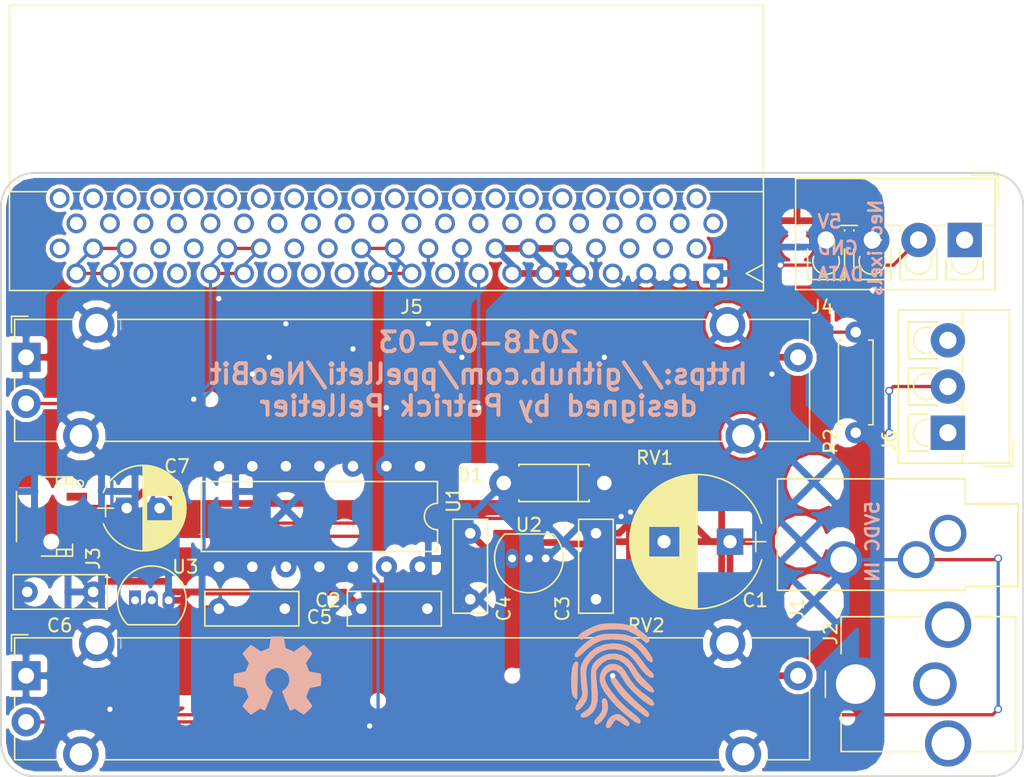
<source format=kicad_pcb>
(kicad_pcb (version 4) (host pcbnew 4.0.7)
  (title_block (title "NeoPixel and potentiometer adapter for micro:bit") (date 2018-09-03) (rev 1.0) (company "Patrick Pelletier"))
  (layers (0 F.Cu signal) (31 B.Cu signal) (34 B.Paste user) (35 F.Paste user) (36 B.SilkS user hide) (37 F.SilkS user) (38 B.Mask user) (39 F.Mask user) (44 Edge.Cuts user))
  (net 0 "")
  (net 1 +5V)
  (net 2 GND)
  (net 3 "Net-(C4-Pad1)")
  (net 4 +3V3)
  (net 5 /P0)
  (net 6 /P1)
  (net 7 /P2)
  (net 8 "Net-(R2-Pad1)")
  (net 9 +VDC)
  (net 10 /SDA)
  (net 11 /SCL)
  (net 12 /SCK)
  (net 13 /MOSI)
  (net 14 /P16)
  (net 15 "Net-(J6-Pad2)")
  (net 16 /SCK5)
  (net 17 /MOSI5)
  (module Capacitors_THT:CP_Radial_D10.0mm_P5.00mm (layer F.Cu) (at 173.99 111.76 180)
    (fp_text reference C1 (at -1.905 -4.445 180) (layer F.SilkS))
    (fp_text value 1000µF)
    (pad 1 thru_hole rect (at 0 0 180) (size 2 2) (drill 1) (layers *.Cu *.Mask) (net 9 +VDC))
    (pad 2 thru_hole circle (at 5 0 180) (size 2 2) (drill 1) (layers *.Cu *.Mask) (net 2 GND))
  )
  (module Capacitors_THT:C_Rect_L7.0mm_W2.5mm_P5.00mm (layer F.Cu) (at 146.05 116.84)
    (fp_text reference C2 (at -2.54 -0.635) (layer F.SilkS))
    (fp_text value 0.1µF)
    (pad 1 thru_hole circle (at 0 0) (size 1.6 1.6) (drill 0.8) (layers *.Cu *.Mask) (net 1 +5V))
    (pad 2 thru_hole circle (at 5 0) (size 1.6 1.6) (drill 0.8) (layers *.Cu *.Mask) (net 2 GND))
  )
  (module Capacitors_THT:C_Rect_L7.0mm_W2.5mm_P5.00mm (layer F.Cu) (at 163.83 111.125 270)
    (fp_text reference C3 (at 5.715 2.54 270) (layer F.SilkS))
    (fp_text value 1µF)
    (pad 1 thru_hole circle (at 0 0 270) (size 1.6 1.6) (drill 0.8) (layers *.Cu *.Mask) (net 9 +VDC))
    (pad 2 thru_hole circle (at 5 0 270) (size 1.6 1.6) (drill 0.8) (layers *.Cu *.Mask) (net 2 GND))
  )
  (module Capacitors_THT:C_Rect_L7.0mm_W2.5mm_P5.00mm (layer F.Cu) (at 154.305 111.125 270)
    (fp_text reference C4 (at 5.715 -2.54 270) (layer F.SilkS))
    (fp_text value 1µF)
    (pad 1 thru_hole circle (at 0 0 270) (size 1.6 1.6) (drill 0.8) (layers *.Cu *.Mask) (net 3 "Net-(C4-Pad1)"))
    (pad 2 thru_hole circle (at 5 0 270) (size 1.6 1.6) (drill 0.8) (layers *.Cu *.Mask) (net 2 GND))
  )
  (module footprints:BarrelJack_CUI_PJ-063AH_Horizontal_CircularHoles (layer F.Cu) (at 183.515 122.555 90)
    (fp_text reference J2 (at 3.81 -1.905 90) (layer F.SilkS))
    (fp_text value Barrel_Jack_MountingPin)
    (pad 1 thru_hole rect (at 0 0 90) (size 4 4) (drill 3) (layers *.Cu *.Mask) (net 9 +VDC))
    (pad 2 thru_hole circle (at 0 6 90) (size 3.3 3.3) (drill 2.3) (layers *.Cu *.Mask) (net 2 GND))
    (pad MP thru_hole circle (at -4.5 7 90) (size 3.5 3.5) (drill 2.5) (layers *.Cu *.Mask) (net 2 GND))
    (pad MP thru_hole circle (at 4.5 7 90) (size 3.5 3.5) (drill 2.5) (layers *.Cu *.Mask) (net 2 GND))
    (pad "" np_thru_hole circle (at 0 9 90) (size 1.6 1.6) (drill 1.6) (layers *.Cu *.Mask))
  )
  (module Resistors_THT:R_Axial_DIN0207_L6.3mm_D2.5mm_P7.62mm_Horizontal (layer F.Cu) (at 183.515 95.885 270)
    (fp_text reference R2 (at 8.255 1.905 270) (layer F.SilkS))
    (fp_text value 470)
    (pad 1 thru_hole circle (at 0 0 270) (size 1.6 1.6) (drill 0.8) (layers *.Cu *.Mask) (net 8 "Net-(R2-Pad1)"))
    (pad 2 thru_hole oval (at 7.62 0 270) (size 1.6 1.6) (drill 0.8) (layers *.Cu *.Mask) (net 15 "Net-(J6-Pad2)"))
  )
  (module Housings_DIP:DIP-14_W7.62mm (layer F.Cu) (at 150.495 106.045 270)
    (fp_text reference U1 (at 2.54 -2.54 270) (layer F.SilkS))
    (fp_text value 74AHCT125)
    (pad 1 thru_hole rect (at 0 0 270) (size 1.6 1.6) (drill 0.8) (layers *.Cu *.Mask) (net 2 GND))
    (pad 8 thru_hole oval (at 7.62 15.24 270) (size 1.6 1.6) (drill 0.8) (layers *.Cu *.Mask) (net 17 /MOSI5))
    (pad 2 thru_hole oval (at 0 2.54 270) (size 1.6 1.6) (drill 0.8) (layers *.Cu *.Mask) (net 14 /P16))
    (pad 9 thru_hole oval (at 7.62 12.7 270) (size 1.6 1.6) (drill 0.8) (layers *.Cu *.Mask) (net 13 /MOSI))
    (pad 3 thru_hole oval (at 0 5.08 270) (size 1.6 1.6) (drill 0.8) (layers *.Cu *.Mask) (net 8 "Net-(R2-Pad1)"))
    (pad 10 thru_hole oval (at 7.62 10.16 270) (size 1.6 1.6) (drill 0.8) (layers *.Cu *.Mask) (net 2 GND))
    (pad 4 thru_hole oval (at 0 7.62 270) (size 1.6 1.6) (drill 0.8) (layers *.Cu *.Mask) (net 2 GND))
    (pad 11 thru_hole oval (at 7.62 7.62 270) (size 1.6 1.6) (drill 0.8) (layers *.Cu *.Mask))
    (pad 5 thru_hole oval (at 0 10.16 270) (size 1.6 1.6) (drill 0.8) (layers *.Cu *.Mask) (net 12 /SCK))
    (pad 12 thru_hole oval (at 7.62 5.08 270) (size 1.6 1.6) (drill 0.8) (layers *.Cu *.Mask) (net 2 GND))
    (pad 6 thru_hole oval (at 0 12.7 270) (size 1.6 1.6) (drill 0.8) (layers *.Cu *.Mask) (net 16 /SCK5))
    (pad 13 thru_hole oval (at 7.62 2.54 270) (size 1.6 1.6) (drill 0.8) (layers *.Cu *.Mask) (net 2 GND))
    (pad 7 thru_hole oval (at 0 15.24 270) (size 1.6 1.6) (drill 0.8) (layers *.Cu *.Mask) (net 2 GND))
    (pad 14 thru_hole oval (at 7.62 0 270) (size 1.6 1.6) (drill 0.8) (layers *.Cu *.Mask) (net 1 +5V))
  )
  (module TO_SOT_Packages_THT:TO-92_Inline_Narrow_Oval (layer F.Cu) (at 160.02 113.03 180)
    (fp_text reference U2 (at 1.27 2.54 180) (layer F.SilkS))
    (fp_text value MCP1702-3302E_TO92)
    (pad 2 thru_hole oval (at 1.27 0) (size 0.9 1.5) (drill 0.6) (layers *.Cu *.Mask) (net 9 +VDC))
    (pad 3 thru_hole oval (at 2.54 0) (size 0.9 1.5) (drill 0.6) (layers *.Cu *.Mask) (net 3 "Net-(C4-Pad1)"))
    (pad 1 thru_hole rect (at 0 0) (size 0.9 1.5) (drill 0.6) (layers *.Cu *.Mask) (net 2 GND))
  )
  (module footprints:4UCON_10156_90deg (layer F.Cu) (at 172.72 91.44 180)
    (fp_text reference J5 (at 22.86 -2.54 180) (layer F.SilkS))
    (fp_text value microbit_edge_connector)
    (pad 1 thru_hole rect (at 0 0 180) (size 1.5 1.5) (drill 1) (layers *.Cu *.Mask) (net 2 GND))
    (pad 2 thru_hole circle (at 0 3.8 180) (size 1.5 1.5) (drill 1) (layers *.Cu *.Mask))
    (pad 3 thru_hole circle (at 1.27 1.9 180) (size 1.5 1.5) (drill 1) (layers *.Cu *.Mask) (net 2 GND))
    (pad 4 thru_hole circle (at 1.27 5.7 180) (size 1.5 1.5) (drill 1) (layers *.Cu *.Mask))
    (pad 5 thru_hole circle (at 2.54 0 180) (size 1.5 1.5) (drill 1) (layers *.Cu *.Mask) (net 2 GND))
    (pad 6 thru_hole circle (at 2.54 3.8 180) (size 1.5 1.5) (drill 1) (layers *.Cu *.Mask))
    (pad 7 thru_hole circle (at 3.81 1.9 180) (size 1.5 1.5) (drill 1) (layers *.Cu *.Mask) (net 2 GND))
    (pad 8 thru_hole circle (at 3.81 5.7 180) (size 1.5 1.5) (drill 1) (layers *.Cu *.Mask))
    (pad 9 thru_hole circle (at 5.08 0 180) (size 1.5 1.5) (drill 1) (layers *.Cu *.Mask) (net 2 GND))
    (pad 10 thru_hole circle (at 5.08 3.8 180) (size 1.5 1.5) (drill 1) (layers *.Cu *.Mask))
    (pad 11 thru_hole circle (at 6.35 1.9 180) (size 1.5 1.5) (drill 1) (layers *.Cu *.Mask) (net 2 GND))
    (pad 12 thru_hole circle (at 6.35 5.7 180) (size 1.5 1.5) (drill 1) (layers *.Cu *.Mask))
    (pad 13 thru_hole circle (at 7.62 0 180) (size 1.5 1.5) (drill 1) (layers *.Cu *.Mask) (net 10 /SDA))
    (pad 14 thru_hole circle (at 7.62 3.8 180) (size 1.5 1.5) (drill 1) (layers *.Cu *.Mask))
    (pad 15 thru_hole circle (at 8.89 1.9 180) (size 1.5 1.5) (drill 1) (layers *.Cu *.Mask) (net 11 /SCL))
    (pad 16 thru_hole circle (at 8.89 5.7 180) (size 1.5 1.5) (drill 1) (layers *.Cu *.Mask))
    (pad 17 thru_hole circle (at 10.16 0 180) (size 1.5 1.5) (drill 1) (layers *.Cu *.Mask) (net 4 +3V3))
    (pad 18 thru_hole circle (at 10.16 3.8 180) (size 1.5 1.5) (drill 1) (layers *.Cu *.Mask))
    (pad 19 thru_hole circle (at 11.43 1.9 180) (size 1.5 1.5) (drill 1) (layers *.Cu *.Mask) (net 4 +3V3))
    (pad 20 thru_hole circle (at 11.43 5.7 180) (size 1.5 1.5) (drill 1) (layers *.Cu *.Mask))
    (pad 21 thru_hole circle (at 12.7 0 180) (size 1.5 1.5) (drill 1) (layers *.Cu *.Mask) (net 4 +3V3))
    (pad 22 thru_hole circle (at 12.7 3.8 180) (size 1.5 1.5) (drill 1) (layers *.Cu *.Mask))
    (pad 23 thru_hole circle (at 13.97 1.9 180) (size 1.5 1.5) (drill 1) (layers *.Cu *.Mask) (net 4 +3V3))
    (pad 24 thru_hole circle (at 13.97 5.7 180) (size 1.5 1.5) (drill 1) (layers *.Cu *.Mask))
    (pad 25 thru_hole circle (at 15.24 0 180) (size 1.5 1.5) (drill 1) (layers *.Cu *.Mask) (net 4 +3V3))
    (pad 26 thru_hole circle (at 15.24 3.8 180) (size 1.5 1.5) (drill 1) (layers *.Cu *.Mask))
    (pad 27 thru_hole circle (at 16.51 1.9 180) (size 1.5 1.5) (drill 1) (layers *.Cu *.Mask) (net 4 +3V3))
    (pad 28 thru_hole circle (at 16.51 5.7 180) (size 1.5 1.5) (drill 1) (layers *.Cu *.Mask))
    (pad 29 thru_hole circle (at 17.78 0 180) (size 1.5 1.5) (drill 1) (layers *.Cu *.Mask) (net 14 /P16))
    (pad 30 thru_hole circle (at 17.78 3.8 180) (size 1.5 1.5) (drill 1) (layers *.Cu *.Mask))
    (pad 31 thru_hole circle (at 19.05 1.9 180) (size 1.5 1.5) (drill 1) (layers *.Cu *.Mask) (net 13 /MOSI))
    (pad 32 thru_hole circle (at 19.05 5.7 180) (size 1.5 1.5) (drill 1) (layers *.Cu *.Mask))
    (pad 33 thru_hole circle (at 20.32 0 180) (size 1.5 1.5) (drill 1) (layers *.Cu *.Mask))
    (pad 34 thru_hole circle (at 20.32 3.8 180) (size 1.5 1.5) (drill 1) (layers *.Cu *.Mask))
    (pad 35 thru_hole circle (at 21.59 1.9 180) (size 1.5 1.5) (drill 1) (layers *.Cu *.Mask) (net 12 /SCK))
    (pad 36 thru_hole circle (at 21.59 5.7 180) (size 1.5 1.5) (drill 1) (layers *.Cu *.Mask))
    (pad 37 thru_hole circle (at 22.86 0 180) (size 1.5 1.5) (drill 1) (layers *.Cu *.Mask) (net 7 /P2))
    (pad 38 thru_hole circle (at 22.86 3.8 180) (size 1.5 1.5) (drill 1) (layers *.Cu *.Mask))
    (pad 39 thru_hole circle (at 24.13 1.9 180) (size 1.5 1.5) (drill 1) (layers *.Cu *.Mask) (net 7 /P2))
    (pad 40 thru_hole circle (at 24.13 5.7 180) (size 1.5 1.5) (drill 1) (layers *.Cu *.Mask))
    (pad 41 thru_hole circle (at 25.4 0 180) (size 1.5 1.5) (drill 1) (layers *.Cu *.Mask) (net 7 /P2))
    (pad 42 thru_hole circle (at 25.4 3.8 180) (size 1.5 1.5) (drill 1) (layers *.Cu *.Mask))
    (pad 43 thru_hole circle (at 26.67 1.9 180) (size 1.5 1.5) (drill 1) (layers *.Cu *.Mask) (net 7 /P2))
    (pad 44 thru_hole circle (at 26.67 5.7 180) (size 1.5 1.5) (drill 1) (layers *.Cu *.Mask))
    (pad 45 thru_hole circle (at 27.94 0 180) (size 1.5 1.5) (drill 1) (layers *.Cu *.Mask))
    (pad 46 thru_hole circle (at 27.94 3.8 180) (size 1.5 1.5) (drill 1) (layers *.Cu *.Mask))
    (pad 47 thru_hole circle (at 29.21 1.9 180) (size 1.5 1.5) (drill 1) (layers *.Cu *.Mask))
    (pad 48 thru_hole circle (at 29.21 5.7 180) (size 1.5 1.5) (drill 1) (layers *.Cu *.Mask))
    (pad 49 thru_hole circle (at 30.48 0 180) (size 1.5 1.5) (drill 1) (layers *.Cu *.Mask))
    (pad 50 thru_hole circle (at 30.48 3.8 180) (size 1.5 1.5) (drill 1) (layers *.Cu *.Mask))
    (pad 51 thru_hole circle (at 31.75 1.9 180) (size 1.5 1.5) (drill 1) (layers *.Cu *.Mask))
    (pad 52 thru_hole circle (at 31.75 5.7 180) (size 1.5 1.5) (drill 1) (layers *.Cu *.Mask))
    (pad 53 thru_hole circle (at 33.02 0 180) (size 1.5 1.5) (drill 1) (layers *.Cu *.Mask))
    (pad 54 thru_hole circle (at 33.02 3.8 180) (size 1.5 1.5) (drill 1) (layers *.Cu *.Mask))
    (pad 55 thru_hole circle (at 34.29 1.9 180) (size 1.5 1.5) (drill 1) (layers *.Cu *.Mask) (net 6 /P1))
    (pad 56 thru_hole circle (at 34.29 5.7 180) (size 1.5 1.5) (drill 1) (layers *.Cu *.Mask))
    (pad 57 thru_hole circle (at 35.56 0 180) (size 1.5 1.5) (drill 1) (layers *.Cu *.Mask) (net 6 /P1))
    (pad 58 thru_hole circle (at 35.56 3.8 180) (size 1.5 1.5) (drill 1) (layers *.Cu *.Mask))
    (pad 59 thru_hole circle (at 36.83 1.9 180) (size 1.5 1.5) (drill 1) (layers *.Cu *.Mask) (net 6 /P1))
    (pad 60 thru_hole circle (at 36.83 5.7 180) (size 1.5 1.5) (drill 1) (layers *.Cu *.Mask))
    (pad 61 thru_hole circle (at 38.1 0 180) (size 1.5 1.5) (drill 1) (layers *.Cu *.Mask) (net 6 /P1))
    (pad 62 thru_hole circle (at 38.1 3.8 180) (size 1.5 1.5) (drill 1) (layers *.Cu *.Mask))
    (pad 63 thru_hole circle (at 39.37 1.9 180) (size 1.5 1.5) (drill 1) (layers *.Cu *.Mask))
    (pad 64 thru_hole circle (at 39.37 5.7 180) (size 1.5 1.5) (drill 1) (layers *.Cu *.Mask))
    (pad 65 thru_hole circle (at 40.64 0 180) (size 1.5 1.5) (drill 1) (layers *.Cu *.Mask))
    (pad 66 thru_hole circle (at 40.64 3.8 180) (size 1.5 1.5) (drill 1) (layers *.Cu *.Mask))
    (pad 67 thru_hole circle (at 41.91 1.9 180) (size 1.5 1.5) (drill 1) (layers *.Cu *.Mask))
    (pad 68 thru_hole circle (at 41.91 5.7 180) (size 1.5 1.5) (drill 1) (layers *.Cu *.Mask))
    (pad 69 thru_hole circle (at 43.18 0 180) (size 1.5 1.5) (drill 1) (layers *.Cu *.Mask))
    (pad 70 thru_hole circle (at 43.18 3.8 180) (size 1.5 1.5) (drill 1) (layers *.Cu *.Mask))
    (pad 71 thru_hole circle (at 44.45 1.9 180) (size 1.5 1.5) (drill 1) (layers *.Cu *.Mask) (net 5 /P0))
    (pad 72 thru_hole circle (at 44.45 5.7 180) (size 1.5 1.5) (drill 1) (layers *.Cu *.Mask))
    (pad 73 thru_hole circle (at 45.72 0 180) (size 1.5 1.5) (drill 1) (layers *.Cu *.Mask) (net 5 /P0))
    (pad 74 thru_hole circle (at 45.72 3.8 180) (size 1.5 1.5) (drill 1) (layers *.Cu *.Mask))
    (pad 75 thru_hole circle (at 46.99 1.9 180) (size 1.5 1.5) (drill 1) (layers *.Cu *.Mask) (net 5 /P0))
    (pad 76 thru_hole circle (at 46.99 5.7 180) (size 1.5 1.5) (drill 1) (layers *.Cu *.Mask))
    (pad 77 thru_hole circle (at 48.26 0 180) (size 1.5 1.5) (drill 1) (layers *.Cu *.Mask) (net 5 /P0))
    (pad 78 thru_hole circle (at 48.26 3.8 180) (size 1.5 1.5) (drill 1) (layers *.Cu *.Mask))
    (pad 79 thru_hole circle (at 49.53 1.9 180) (size 1.5 1.5) (drill 1) (layers *.Cu *.Mask))
    (pad 80 thru_hole circle (at 49.53 5.7 180) (size 1.5 1.5) (drill 1) (layers *.Cu *.Mask))
  )
  (module footprints:Bourns_PTA4543 (layer F.Cu) (at 120.65 97.79)
    (fp_text reference RV1 (at 47.625 7.62) (layer F.SilkS))
    (fp_text value 10K)
    (pad 1 thru_hole rect (at 0 0) (size 2.2 2.2) (drill 1.2) (layers *.Cu *.Mask) (net 2 GND))
    (pad 2 thru_hole circle (at 0 3.5) (size 2.2 2.2) (drill 1.2) (layers *.Cu *.Mask) (net 6 /P1))
    (pad 3 thru_hole circle (at 58.5 0) (size 2.2 2.2) (drill 1.2) (layers *.Cu *.Mask) (net 4 +3V3))
    (pad MP thru_hole circle (at 5.35 -2.45) (size 2.7 2.7) (drill 1.7) (layers *.Cu *.Mask) (net 2 GND))
    (pad MP thru_hole circle (at 53.15 -2.45) (size 2.7 2.7) (drill 1.7) (layers *.Cu *.Mask) (net 2 GND))
    (pad MP thru_hole circle (at 4.15 5.95) (size 2.7 2.7) (drill 1.7) (layers *.Cu *.Mask) (net 2 GND))
    (pad MP thru_hole circle (at 54.35 5.95) (size 2.7 2.7) (drill 1.7) (layers *.Cu *.Mask) (net 2 GND))
  )
  (module footprints:Bourns_PTA4543 (layer F.Cu) (at 120.65 121.92)
    (fp_text reference RV2 (at 46.99 -3.81) (layer F.SilkS))
    (fp_text value 10K)
    (pad 1 thru_hole rect (at 0 0) (size 2.2 2.2) (drill 1.2) (layers *.Cu *.Mask) (net 2 GND))
    (pad 2 thru_hole circle (at 0 3.5) (size 2.2 2.2) (drill 1.2) (layers *.Cu *.Mask) (net 7 /P2))
    (pad 3 thru_hole circle (at 58.5 0) (size 2.2 2.2) (drill 1.2) (layers *.Cu *.Mask) (net 4 +3V3))
    (pad MP thru_hole circle (at 5.35 -2.45) (size 2.7 2.7) (drill 1.7) (layers *.Cu *.Mask) (net 2 GND))
    (pad MP thru_hole circle (at 53.15 -2.45) (size 2.7 2.7) (drill 1.7) (layers *.Cu *.Mask) (net 2 GND))
    (pad MP thru_hole circle (at 4.15 5.95) (size 2.7 2.7) (drill 1.7) (layers *.Cu *.Mask) (net 2 GND))
    (pad MP thru_hole circle (at 54.35 5.95) (size 2.7 2.7) (drill 1.7) (layers *.Cu *.Mask) (net 2 GND))
  )
  (module footprints:Fingerprint (layer B.Cu) (at 165.1 121.92 180)
    (fp_text reference G*** hide)
    (fp_text value LOGO hide)
  )
  (module Symbols:OSHW-Symbol_6.7x6mm_SilkScreen (layer B.Cu) (at 139.7 121.92 180)
    (fp_text reference REF*** hide)
    (fp_text value OSHW-Symbol_6.7x6mm_SilkScreen hide)
  )
  (module Capacitors_THT:C_Rect_L7.0mm_W2.5mm_P5.00mm (layer F.Cu) (at 135.255 116.84)
    (fp_text reference C5 (at 7.62 0.635) (layer F.SilkS))
    (fp_text value 1µF)
    (pad 1 thru_hole circle (at 0 0) (size 1.6 1.6) (drill 0.8) (layers *.Cu *.Mask) (net 9 +VDC))
    (pad 2 thru_hole circle (at 5 0) (size 1.6 1.6) (drill 0.8) (layers *.Cu *.Mask) (net 2 GND))
  )
  (module Capacitors_THT:C_Rect_L7.0mm_W2.5mm_P5.00mm (layer F.Cu) (at 125.73 115.57 180)
    (fp_text reference C6 (at 2.54 -2.54 180) (layer F.SilkS))
    (fp_text value 1µF)
    (pad 1 thru_hole circle (at 0 0 180) (size 1.6 1.6) (drill 0.8) (layers *.Cu *.Mask) (net 1 +5V))
    (pad 2 thru_hole circle (at 5 0 180) (size 1.6 1.6) (drill 0.8) (layers *.Cu *.Mask) (net 2 GND))
  )
  (module Connectors_JST:JST_SH_SM04B-SRSS-TB_04x1.00mm_Angled (layer F.Cu) (at 122.555 109.855 270)
    (fp_text reference J3 (at 3.175 -3.175 270) (layer F.SilkS))
    (fp_text value Qwiic)
    (pad 1 smd rect (at -1.5 -1.9375 270) (size 0.6 1.55) (layers F.Cu F.Paste F.Mask) (net 2 GND))
    (pad 2 smd rect (at -0.5 -1.9375 270) (size 0.6 1.55) (layers F.Cu F.Paste F.Mask) (net 4 +3V3))
    (pad 3 smd rect (at 0.5 -1.9375 270) (size 0.6 1.55) (layers F.Cu F.Paste F.Mask) (net 10 /SDA))
    (pad 4 smd rect (at 1.5 -1.9375 270) (size 0.6 1.55) (layers F.Cu F.Paste F.Mask) (net 11 /SCL))
    (pad "" smd rect (at -2.8 1.9375 270) (size 1.2 1.8) (layers F.Cu F.Paste F.Mask))
    (pad "" smd rect (at 2.8 1.9375 270) (size 1.2 1.8) (layers F.Cu F.Paste F.Mask))
  )
  (module footprints:TerminalBlock_4Ucon_1x04_P3.50mm_Vertical (layer F.Cu) (at 191.77 88.9 180)
    (fp_text reference J4 (at 10.795 -5.08 180) (layer F.SilkS))
    (fp_text value DotStars)
    (pad 1 thru_hole rect (at 0 0 180) (size 2.6 2.6) (drill 1.3) (layers *.Cu *.Mask) (net 9 +VDC))
    (pad 2 thru_hole circle (at 3.5 0 180) (size 2.6 2.6) (drill 1.3) (layers *.Cu *.Mask) (net 16 /SCK5))
    (pad 3 thru_hole circle (at 7 0 180) (size 2.6 2.6) (drill 1.3) (layers *.Cu *.Mask) (net 17 /MOSI5))
    (pad 4 thru_hole circle (at 10.5 0 180) (size 2.6 2.6) (drill 1.3) (layers *.Cu *.Mask) (net 2 GND))
  )
  (module footprints:TerminalBlock_4Ucon_1x03_P3.50mm_Vertical (layer F.Cu) (at 190.5 103.505 90)
    (fp_text reference J6 (at -0.635 -4.445 90) (layer F.SilkS))
    (fp_text value NeoPixels)
    (pad 1 thru_hole rect (at 0 0 90) (size 2.6 2.6) (drill 1.3) (layers *.Cu *.Mask) (net 9 +VDC))
    (pad 2 thru_hole circle (at 3.5 0 90) (size 2.6 2.6) (drill 1.3) (layers *.Cu *.Mask) (net 15 "Net-(J6-Pad2)"))
    (pad 3 thru_hole circle (at 7 0 90) (size 2.6 2.6) (drill 1.3) (layers *.Cu *.Mask) (net 2 GND))
  )
  (module TO_SOT_Packages_THT:TO-92_Inline_Narrow_Oval (layer F.Cu) (at 128.905 116.205)
    (fp_text reference U3 (at 3.81 -2.54) (layer F.SilkS))
    (fp_text value MCP1702-5002E_TO92)
    (pad 2 thru_hole oval (at 1.27 0 180) (size 0.9 1.5) (drill 0.6) (layers *.Cu *.Mask) (net 9 +VDC))
    (pad 3 thru_hole oval (at 2.54 0 180) (size 0.9 1.5) (drill 0.6) (layers *.Cu *.Mask) (net 1 +5V))
    (pad 1 thru_hole rect (at 0 0 180) (size 0.9 1.5) (drill 0.6) (layers *.Cu *.Mask) (net 2 GND))
  )
  (module Diodes_THT:D_DO-41_SOD81_P7.62mm_Horizontal (layer F.Cu) (at 164.465 107.315 180)
    (fp_text reference D1 (at 10.16 0.635 180) (layer F.SilkS))
    (fp_text value D_Schottky)
    (pad 1 thru_hole rect (at 0 0 180) (size 2.2 2.2) (drill 1.1) (layers *.Cu *.Mask) (net 4 +3V3))
    (pad 2 thru_hole oval (at 7.62 0 180) (size 2.2 2.2) (drill 1.1) (layers *.Cu *.Mask) (net 3 "Net-(C4-Pad1)"))
  )
  (module footprints:SJ1-3533NG (layer F.Cu) (at 190.5 111.125 270)
    (fp_text reference J1 (at 5.715 11.43 270) (layer F.SilkS))
    (fp_text value AudioJack3_Ground)
    (pad S thru_hole circle (at 0 0 270) (size 2.8 2.8) (drill 2) (layers *.Cu *.Mask) (net 2 GND))
    (pad T thru_hole circle (at 2 2.4 270) (size 2.8 2.8) (drill 2) (layers *.Cu *.Mask) (net 5 /P0))
    (pad R thru_hole circle (at 2 7.9 270) (size 2.8 2.8) (drill 2) (layers *.Cu *.Mask) (net 5 /P0))
  )
  (module Capacitors_THT:CP_Radial_D6.3mm_P2.50mm (layer F.Cu) (at 128.27 109.22)
    (fp_text reference C7 (at 3.81 -3.175) (layer F.SilkS))
    (fp_text value 47µF)
    (pad 1 thru_hole rect (at 0 0) (size 1.6 1.6) (drill 0.8) (layers *.Cu *.Mask) (net 4 +3V3))
    (pad 2 thru_hole circle (at 2.5 0) (size 1.6 1.6) (drill 0.8) (layers *.Cu *.Mask) (net 2 GND))
  )
  (gr_line (start 121.285 129.54) (end 193.675 129.54) (angle 90) (layer Edge.Cuts) (width 0.15))
  (gr_line (start 121.285 83.82) (end 193.675 83.82) (angle 90) (layer Edge.Cuts) (width 0.15))
  (gr_text NeoPixels (at 185 89.5 90) (layer B.SilkS) (effects (font (size 1 1) (thickness 0.2)) (justify mirror)))
  (gr_text "5VDC IN" (at 184.785 111.76 90) (layer B.SilkS) (effects (font (size 1 1) (thickness 0.2)) (justify mirror)))
  (gr_text DATA (at 180.5 91.5) (layer B.SilkS) (effects (font (size 1 1) (thickness 0.2)) (justify right mirror)))
  (gr_text GND (at 180.5 89.5) (layer B.SilkS) (effects (font (size 1 1) (thickness 0.2)) (justify right mirror)))
  (gr_text 5V (at 180.5 87.5) (layer B.SilkS) (effects (font (size 1 1) (thickness 0.2)) (justify right mirror)))
  (gr_text "2018-09-03\nhttps://github.com/ppelleti/NeoBit\ndesigned by Patrick Pelletier" (at 154.94 99.06) (layer B.SilkS) (effects (font (size 1.5 1.5) (thickness 0.3)) (justify mirror)))
  (gr_line (start 196.215 127) (end 196.215 86.36) (angle 90) (layer Edge.Cuts) (width 0.15))
  (gr_line (start 118.745 86.36) (end 118.745 127) (angle 90) (layer Edge.Cuts) (width 0.15))
  (gr_arc (start 193.675 127) (end 196.215 127) (angle 90) (layer Edge.Cuts) (width 0.15))
  (gr_arc (start 193.675 86.36) (end 193.675 83.82) (angle 90) (layer Edge.Cuts) (width 0.15))
  (gr_arc (start 121.285 127) (end 121.285 129.54) (angle 90) (layer Edge.Cuts) (width 0.15))
  (gr_arc (start 121.285 86.36) (end 118.745 86.36) (angle 90) (layer Edge.Cuts) (width 0.15))
  (segment (start 146.05 116.84) (end 147.32 116.84) (width 0.508) (layer F.Cu) (net 1))
  (segment (start 147.32 116.84) (end 150.495 113.665) (width 0.508) (layer F.Cu) (net 1))
  (segment (start 131.445 116.205) (end 132.403 116.205) (width 0.508) (layer F.Cu) (net 1))
  (segment (start 132.403 116.205) (end 133.022001 115.585999) (width 0.508) (layer F.Cu) (net 1))
  (segment (start 133.022001 115.585999) (end 144.795999 115.585999) (width 0.508) (layer F.Cu) (net 1))
  (segment (start 144.795999 115.585999) (end 145.250001 116.040001) (width 0.508) (layer F.Cu) (net 1))
  (segment (start 145.250001 116.040001) (end 146.05 116.84) (width 0.508) (layer F.Cu) (net 1))
  (segment (start 125.73 115.57) (end 126.529999 114.770001) (width 0.508) (layer F.Cu) (net 1))
  (segment (start 126.529999 114.770001) (end 131.268001 114.770001) (width 0.508) (layer F.Cu) (net 1))
  (segment (start 131.268001 114.770001) (end 131.445 114.947) (width 0.508) (layer F.Cu) (net 1))
  (segment (start 131.445 114.947) (end 131.445 116.205) (width 0.508) (layer F.Cu) (net 1))
  (segment (start 154.305 111.125) (end 154.305 109.855) (width 0.508) (layer B.Cu) (net 3))
  (segment (start 154.305 109.855) (end 156.845 107.315) (width 0.508) (layer B.Cu) (net 3))
  (segment (start 157.48 113.03) (end 156.21 113.03) (width 0.508) (layer F.Cu) (net 3))
  (segment (start 156.21 113.03) (end 154.305 111.125) (width 0.508) (layer F.Cu) (net 3))
  (segment (start 165.1 121.92) (end 179.15 121.92) (width 0.508) (layer F.Cu) (net 4))
  (segment (start 164.465 107.315) (end 164.465 109.904078) (width 0.508) (layer B.Cu) (net 4))
  (via (at 165.1 121.92) (size 0.6) (drill 0.4) (layers F.Cu B.Cu) (net 4))
  (segment (start 164.465 109.904078) (end 165.1 110.539078) (width 0.508) (layer B.Cu) (net 4))
  (segment (start 165.1 110.539078) (end 165.1 121.92) (width 0.508) (layer B.Cu) (net 4))
  (segment (start 128.27 109.22) (end 124.6275 109.22) (width 0.508) (layer F.Cu) (net 4))
  (segment (start 124.6275 109.22) (end 124.4925 109.355) (width 0.508) (layer F.Cu) (net 4))
  (segment (start 164.465 107.315) (end 159.144922 107.315) (width 0.508) (layer F.Cu) (net 4))
  (segment (start 159.144922 107.315) (end 157.590921 108.869001) (width 0.508) (layer F.Cu) (net 4))
  (segment (start 157.590921 108.869001) (end 132.274923 108.869001) (width 0.508) (layer F.Cu) (net 4))
  (segment (start 132.274923 108.869001) (end 131.371921 107.965999) (width 0.508) (layer F.Cu) (net 4))
  (segment (start 131.371921 107.965999) (end 129.524001 107.965999) (width 0.508) (layer F.Cu) (net 4))
  (segment (start 129.524001 107.965999) (end 128.27 109.22) (width 0.508) (layer F.Cu) (net 4))
  (segment (start 160.02 91.44) (end 162.56 91.44) (width 0.508) (layer F.Cu) (net 4))
  (segment (start 157.48 91.44) (end 160.02 91.44) (width 0.508) (layer F.Cu) (net 4))
  (segment (start 158.75 89.54) (end 161.29 89.54) (width 0.508) (layer F.Cu) (net 4))
  (segment (start 156.21 89.54) (end 158.75 89.54) (width 0.508) (layer F.Cu) (net 4))
  (segment (start 157.48 91.44) (end 157.48 90.81) (width 0.508) (layer B.Cu) (net 4))
  (segment (start 157.48 90.81) (end 156.21 89.54) (width 0.508) (layer B.Cu) (net 4))
  (segment (start 160.02 91.44) (end 160.02 90.81) (width 0.508) (layer B.Cu) (net 4))
  (segment (start 160.02 90.81) (end 158.75 89.54) (width 0.508) (layer B.Cu) (net 4))
  (segment (start 162.56 91.44) (end 162.56 90.81) (width 0.508) (layer B.Cu) (net 4))
  (segment (start 162.56 90.81) (end 161.29 89.54) (width 0.508) (layer B.Cu) (net 4))
  (segment (start 164.465 97.79) (end 164.465 93.345) (width 0.508) (layer B.Cu) (net 4))
  (segment (start 164.465 93.345) (end 162.56 91.44) (width 0.508) (layer B.Cu) (net 4))
  (segment (start 164.465 97.79) (end 179.15 97.79) (width 0.508) (layer F.Cu) (net 4))
  (segment (start 164.465 107.315) (end 164.465 97.79) (width 0.508) (layer B.Cu) (net 4))
  (via (at 164.465 97.79) (size 0.6) (drill 0.4) (layers F.Cu B.Cu) (net 4))
  (segment (start 124.46 91.44) (end 127 91.44) (width 0.25) (layer F.Cu) (net 5))
  (segment (start 125.73 89.54) (end 128.27 89.54) (width 0.25) (layer F.Cu) (net 5))
  (segment (start 124.46 91.44) (end 124.46 90.81) (width 0.25) (layer B.Cu) (net 5))
  (segment (start 124.46 90.81) (end 125.73 89.54) (width 0.25) (layer B.Cu) (net 5))
  (segment (start 127 91.44) (end 127 90.81) (width 0.25) (layer B.Cu) (net 5))
  (segment (start 127 90.81) (end 128.27 89.54) (width 0.25) (layer B.Cu) (net 5))
  (segment (start 127 124.46) (end 127.675001 123.784999) (width 0.25) (layer B.Cu) (net 5))
  (segment (start 127.675001 123.784999) (end 127.675001 110.810003) (width 0.25) (layer B.Cu) (net 5))
  (segment (start 127.675001 110.810003) (end 127.144999 110.280001) (width 0.25) (layer B.Cu) (net 5))
  (segment (start 127.144999 110.280001) (end 127.144999 96.674003) (width 0.25) (layer B.Cu) (net 5))
  (segment (start 127.144999 96.674003) (end 127.675001 96.144001) (width 0.25) (layer B.Cu) (net 5))
  (segment (start 127.675001 96.144001) (end 127.675001 93.175661) (width 0.25) (layer B.Cu) (net 5))
  (segment (start 127.675001 93.175661) (end 127 92.50066) (width 0.25) (layer B.Cu) (net 5))
  (segment (start 127 92.50066) (end 127 91.44) (width 0.25) (layer B.Cu) (net 5))
  (segment (start 194.31 124.46) (end 193.889999 124.880001) (width 0.25) (layer F.Cu) (net 5))
  (segment (start 193.889999 124.880001) (end 127.420001 124.880001) (width 0.25) (layer F.Cu) (net 5))
  (segment (start 127.420001 124.880001) (end 127 124.46) (width 0.25) (layer F.Cu) (net 5))
  (via (at 127 124.46) (size 0.6) (drill 0.4) (layers F.Cu B.Cu) (net 5))
  (segment (start 194.31 113.03) (end 194.31 124.46) (width 0.25) (layer B.Cu) (net 5))
  (via (at 194.31 124.46) (size 0.6) (drill 0.4) (layers F.Cu B.Cu) (net 5))
  (segment (start 188.1 113.125) (end 194.215 113.125) (width 0.25) (layer F.Cu) (net 5))
  (segment (start 194.215 113.125) (end 194.31 113.03) (width 0.25) (layer F.Cu) (net 5))
  (via (at 194.31 113.03) (size 0.6) (drill 0.4) (layers F.Cu B.Cu) (net 5))
  (segment (start 182.6 113.125) (end 188.1 113.125) (width 0.25) (layer B.Cu) (net 5))
  (segment (start 134.62 91.44) (end 137.16 91.44) (width 0.25) (layer F.Cu) (net 6))
  (segment (start 135.89 89.54) (end 138.43 89.54) (width 0.25) (layer F.Cu) (net 6))
  (segment (start 137.16 91.44) (end 137.16 90.81) (width 0.25) (layer B.Cu) (net 6))
  (segment (start 137.16 90.81) (end 138.43 89.54) (width 0.25) (layer B.Cu) (net 6))
  (segment (start 134.62 91.44) (end 134.62 90.81) (width 0.25) (layer B.Cu) (net 6))
  (segment (start 134.62 90.81) (end 135.89 89.54) (width 0.25) (layer B.Cu) (net 6))
  (segment (start 133.35 100.965) (end 134.62 99.695) (width 0.25) (layer B.Cu) (net 6))
  (segment (start 134.62 99.695) (end 134.62 91.44) (width 0.25) (layer B.Cu) (net 6))
  (segment (start 120.65 101.29) (end 133.025 101.29) (width 0.25) (layer F.Cu) (net 6))
  (segment (start 133.025 101.29) (end 133.35 100.965) (width 0.25) (layer F.Cu) (net 6))
  (via (at 133.35 100.965) (size 0.6) (drill 0.4) (layers F.Cu B.Cu) (net 6))
  (segment (start 147.32 91.44) (end 149.86 91.44) (width 0.25) (layer F.Cu) (net 7))
  (segment (start 146.05 89.54) (end 148.59 89.54) (width 0.25) (layer F.Cu) (net 7))
  (segment (start 148.59 89.54) (end 148.59 90.17) (width 0.25) (layer B.Cu) (net 7))
  (segment (start 148.59 90.17) (end 149.86 91.44) (width 0.25) (layer B.Cu) (net 7))
  (segment (start 147.32 91.44) (end 147.32 90.81) (width 0.25) (layer B.Cu) (net 7))
  (segment (start 147.32 90.81) (end 146.05 89.54) (width 0.25) (layer B.Cu) (net 7))
  (segment (start 146.685 125.73) (end 147.32 125.095) (width 0.25) (layer B.Cu) (net 7))
  (segment (start 147.32 125.095) (end 147.32 114.695002) (width 0.25) (layer B.Cu) (net 7))
  (segment (start 147.32 114.695002) (end 146.570001 113.945003) (width 0.25) (layer B.Cu) (net 7))
  (segment (start 146.570001 113.945003) (end 146.570001 92.189999) (width 0.25) (layer B.Cu) (net 7))
  (segment (start 146.570001 92.189999) (end 147.32 91.44) (width 0.25) (layer B.Cu) (net 7))
  (segment (start 120.65 125.42) (end 146.375 125.42) (width 0.25) (layer F.Cu) (net 7))
  (segment (start 146.375 125.42) (end 146.685 125.73) (width 0.25) (layer F.Cu) (net 7))
  (via (at 146.685 125.73) (size 0.6) (drill 0.4) (layers F.Cu B.Cu) (net 7))
  (segment (start 145.415 97.155) (end 145.415 106.045) (width 0.25) (layer B.Cu) (net 8))
  (segment (start 183.515 95.885) (end 175.734002 95.885) (width 0.25) (layer F.Cu) (net 8))
  (segment (start 175.734002 95.885) (end 174.464002 97.155) (width 0.25) (layer F.Cu) (net 8))
  (segment (start 174.464002 97.155) (end 145.415 97.155) (width 0.25) (layer F.Cu) (net 8))
  (via (at 145.415 97.155) (size 0.6) (drill 0.4) (layers F.Cu B.Cu) (net 8))
  (segment (start 164.96137 111.125) (end 163.83 111.125) (width 0.508) (layer F.Cu) (net 9))
  (segment (start 165.580924 111.125) (end 164.96137 111.125) (width 0.508) (layer F.Cu) (net 9))
  (segment (start 172.482 111.76) (end 171.027999 110.305999) (width 0.508) (layer F.Cu) (net 9))
  (segment (start 158.75 112.282798) (end 158.75 113.03) (width 0.508) (layer F.Cu) (net 9))
  (segment (start 160.833201 111.825999) (end 159.206799 111.825999) (width 0.508) (layer F.Cu) (net 9))
  (segment (start 166.399925 110.305999) (end 165.580924 111.125) (width 0.508) (layer F.Cu) (net 9))
  (segment (start 163.83 111.125) (end 163.020989 111.934011) (width 0.508) (layer F.Cu) (net 9))
  (segment (start 171.027999 110.305999) (end 166.399925 110.305999) (width 0.508) (layer F.Cu) (net 9))
  (segment (start 173.99 111.76) (end 172.482 111.76) (width 0.508) (layer F.Cu) (net 9))
  (segment (start 159.206799 111.825999) (end 158.75 112.282798) (width 0.508) (layer F.Cu) (net 9))
  (segment (start 160.941213 111.934011) (end 160.833201 111.825999) (width 0.508) (layer F.Cu) (net 9))
  (segment (start 163.020989 111.934011) (end 160.941213 111.934011) (width 0.508) (layer F.Cu) (net 9))
  (segment (start 135.255 116.84) (end 134.12363 116.84) (width 0.508) (layer F.Cu) (net 9))
  (segment (start 134.12363 116.84) (end 133.55462 117.40901) (width 0.508) (layer F.Cu) (net 9))
  (segment (start 131.070547 117.40901) (end 130.175 116.513463) (width 0.508) (layer F.Cu) (net 9))
  (segment (start 133.55462 117.40901) (end 131.070547 117.40901) (width 0.508) (layer F.Cu) (net 9))
  (segment (start 130.175 116.513463) (end 130.175 116.205) (width 0.508) (layer F.Cu) (net 9))
  (segment (start 173.99 115.57) (end 171.465999 118.094001) (width 0.508) (layer F.Cu) (net 9))
  (segment (start 171.465999 118.094001) (end 136.509001 118.094001) (width 0.508) (layer F.Cu) (net 9))
  (segment (start 136.509001 118.094001) (end 136.054999 117.639999) (width 0.508) (layer F.Cu) (net 9))
  (segment (start 136.054999 117.639999) (end 135.255 116.84) (width 0.508) (layer F.Cu) (net 9))
  (segment (start 173.99 111.76) (end 173.99 115.57) (width 0.508) (layer F.Cu) (net 9))
  (via (at 166.457026 109.510473) (size 0.6) (drill 0.4) (layers F.Cu B.Cu) (net 10))
  (segment (start 152.773587 110.355) (end 153.578599 109.549988) (width 0.25) (layer F.Cu) (net 10))
  (segment (start 166.457026 92.797026) (end 166.457026 109.086209) (width 0.25) (layer B.Cu) (net 10))
  (segment (start 165.1 91.44) (end 166.457026 92.797026) (width 0.25) (layer B.Cu) (net 10))
  (segment (start 166.457026 109.086209) (end 166.457026 109.510473) (width 0.25) (layer B.Cu) (net 10))
  (segment (start 124.4925 110.355) (end 152.773587 110.355) (width 0.25) (layer F.Cu) (net 10))
  (segment (start 153.578599 109.549988) (end 164.183602 109.549988) (width 0.25) (layer F.Cu) (net 10))
  (segment (start 164.183602 109.549988) (end 164.636897 109.096693) (width 0.25) (layer F.Cu) (net 10))
  (segment (start 164.636897 109.096693) (end 166.043246 109.096693) (width 0.25) (layer F.Cu) (net 10))
  (segment (start 166.043246 109.096693) (end 166.157027 109.210474) (width 0.25) (layer F.Cu) (net 10))
  (segment (start 166.157027 109.210474) (end 166.457026 109.510473) (width 0.25) (layer F.Cu) (net 10))
  (segment (start 165.735 109.855) (end 165.735 108.830002) (width 0.25) (layer B.Cu) (net 11))
  (segment (start 165.735 108.830002) (end 165.890001 108.675001) (width 0.25) (layer B.Cu) (net 11))
  (segment (start 165.890001 108.675001) (end 165.890001 93.821003) (width 0.25) (layer B.Cu) (net 11))
  (segment (start 165.890001 93.821003) (end 163.83 91.761002) (width 0.25) (layer B.Cu) (net 11))
  (segment (start 163.83 91.761002) (end 163.83 90.60066) (width 0.25) (layer B.Cu) (net 11))
  (segment (start 163.83 90.60066) (end 163.83 89.54) (width 0.25) (layer B.Cu) (net 11))
  (segment (start 124.4925 111.355) (end 152.409998 111.355) (width 0.25) (layer F.Cu) (net 11))
  (via (at 165.735 109.855) (size 0.6) (drill 0.4) (layers F.Cu B.Cu) (net 11))
  (segment (start 153.764999 109.999999) (end 165.590001 109.999999) (width 0.25) (layer F.Cu) (net 11))
  (segment (start 152.409998 111.355) (end 153.764999 109.999999) (width 0.25) (layer F.Cu) (net 11))
  (segment (start 165.590001 109.999999) (end 165.735 109.855) (width 0.25) (layer F.Cu) (net 11))
  (segment (start 151.13 95.25) (end 151.13 89.54) (width 0.25) (layer B.Cu) (net 12))
  (segment (start 140.335 95.25) (end 151.13 95.25) (width 0.25) (layer F.Cu) (net 12))
  (via (at 151.13 95.25) (size 0.6) (drill 0.4) (layers F.Cu B.Cu) (net 12))
  (segment (start 140.335 106.045) (end 140.335 95.25) (width 0.25) (layer B.Cu) (net 12))
  (via (at 140.335 95.25) (size 0.6) (drill 0.4) (layers F.Cu B.Cu) (net 12))
  (segment (start 153.67 97.79) (end 153.67 89.54) (width 0.25) (layer B.Cu) (net 13))
  (segment (start 139.065 97.79) (end 153.67 97.79) (width 0.25) (layer F.Cu) (net 13))
  (via (at 153.67 97.79) (size 0.6) (drill 0.4) (layers F.Cu B.Cu) (net 13))
  (segment (start 137.795 113.665) (end 139.065 112.395) (width 0.25) (layer B.Cu) (net 13))
  (segment (start 139.065 112.395) (end 139.065 106.440002) (width 0.25) (layer B.Cu) (net 13))
  (segment (start 139.065 106.440002) (end 139.065 97.79) (width 0.25) (layer B.Cu) (net 13))
  (via (at 139.065 97.79) (size 0.6) (drill 0.4) (layers F.Cu B.Cu) (net 13))
  (segment (start 154.94 101.6) (end 154.94 91.44) (width 0.25) (layer B.Cu) (net 14))
  (segment (start 147.955 101.6) (end 154.94 101.6) (width 0.25) (layer F.Cu) (net 14))
  (via (at 154.94 101.6) (size 0.6) (drill 0.4) (layers F.Cu B.Cu) (net 14))
  (segment (start 147.955 106.045) (end 147.955 101.6) (width 0.25) (layer B.Cu) (net 14))
  (via (at 147.955 101.6) (size 0.6) (drill 0.4) (layers F.Cu B.Cu) (net 14))
  (segment (start 186.055 103.505) (end 183.515 103.505) (width 0.25) (layer F.Cu) (net 15))
  (segment (start 186.055 100.33) (end 186.055 103.505) (width 0.25) (layer B.Cu) (net 15))
  (via (at 186.055 103.505) (size 0.6) (drill 0.4) (layers F.Cu B.Cu) (net 15))
  (segment (start 190.5 100.005) (end 186.38 100.005) (width 0.25) (layer F.Cu) (net 15))
  (segment (start 186.38 100.005) (end 186.055 100.33) (width 0.25) (layer F.Cu) (net 15))
  (via (at 186.055 100.33) (size 0.6) (drill 0.4) (layers F.Cu B.Cu) (net 15))
  (segment (start 137.795 99.06) (end 137.795 106.045) (width 0.25) (layer B.Cu) (net 16))
  (segment (start 177.165 99.06) (end 137.795 99.06) (width 0.25) (layer F.Cu) (net 16))
  (via (at 137.795 99.06) (size 0.6) (drill 0.4) (layers F.Cu B.Cu) (net 16))
  (segment (start 177.8 90.805) (end 177.165 91.44) (width 0.25) (layer B.Cu) (net 16))
  (segment (start 177.165 91.44) (end 177.165 99.06) (width 0.25) (layer B.Cu) (net 16))
  (via (at 177.165 99.06) (size 0.6) (drill 0.4) (layers F.Cu B.Cu) (net 16))
  (segment (start 188.27 88.9) (end 186.365 90.805) (width 0.25) (layer F.Cu) (net 16))
  (segment (start 186.365 90.805) (end 177.8 90.805) (width 0.25) (layer F.Cu) (net 16))
  (via (at 177.8 90.805) (size 0.6) (drill 0.4) (layers F.Cu B.Cu) (net 16))
  (segment (start 134.455001 112.865001) (end 135.255 113.665) (width 0.25) (layer B.Cu) (net 17))
  (segment (start 134.129999 112.539999) (end 134.455001 112.865001) (width 0.25) (layer B.Cu) (net 17))
  (segment (start 134.129999 100.821411) (end 134.129999 112.539999) (width 0.25) (layer B.Cu) (net 17))
  (segment (start 135.255 99.69641) (end 134.129999 100.821411) (width 0.25) (layer B.Cu) (net 17))
  (segment (start 135.255 93.345) (end 135.255 99.69641) (width 0.25) (layer B.Cu) (net 17))
  (segment (start 184.785 92.71) (end 184.15 93.345) (width 0.25) (layer F.Cu) (net 17))
  (segment (start 184.15 93.345) (end 135.255 93.345) (width 0.25) (layer F.Cu) (net 17))
  (via (at 135.255 93.345) (size 0.6) (drill 0.4) (layers F.Cu B.Cu) (net 17))
  (segment (start 184.77 88.9) (end 184.77 92.695) (width 0.25) (layer B.Cu) (net 17))
  (segment (start 184.77 92.695) (end 184.785 92.71) (width 0.25) (layer B.Cu) (net 17))
  (via (at 184.785 92.71) (size 0.6) (drill 0.4) (layers F.Cu B.Cu) (net 17))
  (zone (net 9) (net_name +VDC) (layer F.Cu) (priority 1) (connect_pads (clearance 0.3048)) (min_thickness 0.254) (fill yes (arc_segments 16) (thermal_gap 0.508) (thermal_bridge_width 0.508))
    (polygon (pts (xy 194.31 85.725) (xy 194.31 108.585) (xy 187.96 108.585) (xy 187.96 123.825) (xy 171.45 123.825) (xy 171.45 106.68) (xy 190.5 85.725)))
  )
  (zone (net 2) (net_name GND) (layer F.Cu) (connect_pads (clearance 0.3048)) (min_thickness 0.254) (fill yes (arc_segments 16) (thermal_gap 0.508) (thermal_bridge_width 0.508))
    (polygon (pts (xy 196.215 129.54) (xy 118.745 129.54) (xy 118.745 83.82) (xy 196.215 83.82)))
  )
  (zone (net 2) (net_name GND) (layer B.Cu) (connect_pads (clearance 0.3048)) (min_thickness 0.254) (fill yes (arc_segments 16) (thermal_gap 0.508) (thermal_bridge_width 0.508))
    (polygon (pts (xy 196.215 129.54) (xy 118.745 129.54) (xy 118.745 83.82) (xy 196.215 83.82)))
  )
)
</source>
